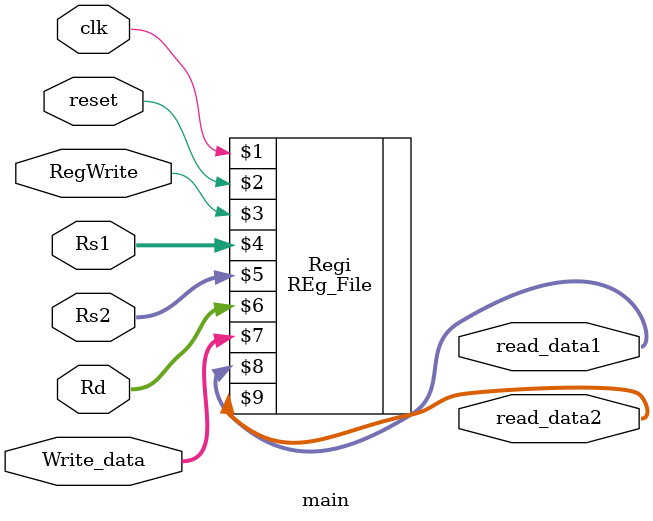
<source format=v>
`timescale 1ns / 1ps
module main(clk, reset, RegWrite, Rs1, Rs2, Rd, Write_data, read_data1, read_data2);

input clk, reset, RegWrite;
input [4:0] Rs1, Rs2, Rd;
input [31:0] Write_data;
output [31:0] read_data1, read_data2;



REg_File Regi(clk, reset, RegWrite, Rs1, Rs2, Rd, Write_data, read_data1, read_data2);


endmodule

</source>
